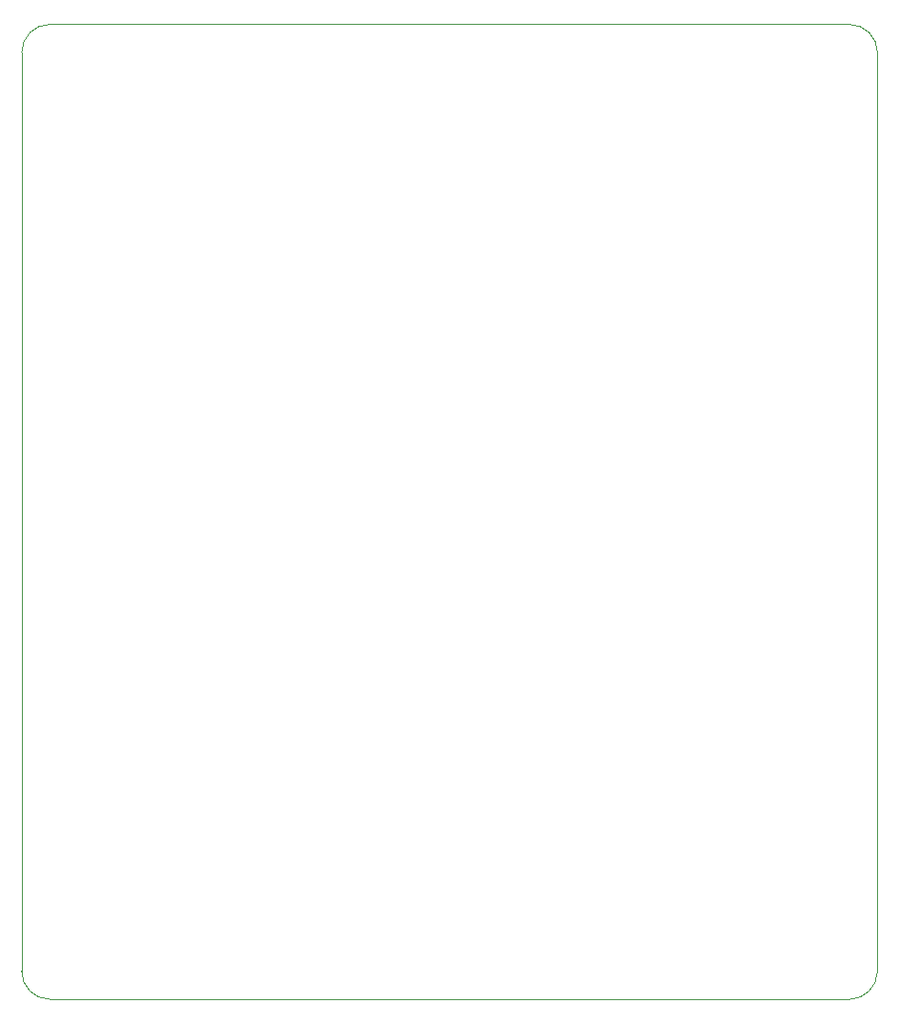
<source format=gbr>
%TF.GenerationSoftware,KiCad,Pcbnew,8.0.5*%
%TF.CreationDate,2024-10-19T19:52:03+11:00*%
%TF.ProjectId,Hackpad,4861636b-7061-4642-9e6b-696361645f70,rev?*%
%TF.SameCoordinates,Original*%
%TF.FileFunction,Profile,NP*%
%FSLAX46Y46*%
G04 Gerber Fmt 4.6, Leading zero omitted, Abs format (unit mm)*
G04 Created by KiCad (PCBNEW 8.0.5) date 2024-10-19 19:52:03*
%MOMM*%
%LPD*%
G01*
G04 APERTURE LIST*
%TA.AperFunction,Profile*%
%ADD10C,0.050000*%
%TD*%
G04 APERTURE END LIST*
D10*
X145500000Y-44000000D02*
G75*
G02*
X148000000Y-46500000I0J-2500000D01*
G01*
X148000000Y-128000000D02*
G75*
G02*
X145500000Y-130500000I-2500000J0D01*
G01*
X148000000Y-46500000D02*
X148000000Y-128000000D01*
X74500000Y-130500000D02*
G75*
G02*
X72000000Y-128000000I0J2500000D01*
G01*
X72000000Y-46500000D02*
X72000000Y-128000000D01*
X145500000Y-44000000D02*
X74500000Y-44000000D01*
X72000000Y-46500000D02*
G75*
G02*
X74500000Y-44000000I2500000J0D01*
G01*
X145500000Y-130500000D02*
X74500000Y-130500000D01*
M02*

</source>
